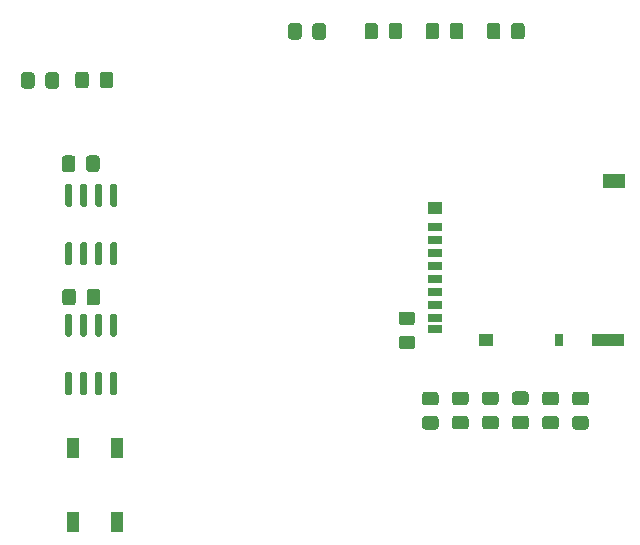
<source format=gbr>
%TF.GenerationSoftware,KiCad,Pcbnew,5.1.6-c6e7f7d~87~ubuntu19.10.1*%
%TF.CreationDate,2020-08-28T21:10:44+02:00*%
%TF.ProjectId,zephyr-ci-shield,7a657068-7972-42d6-9369-2d736869656c,1*%
%TF.SameCoordinates,Original*%
%TF.FileFunction,Paste,Top*%
%TF.FilePolarity,Positive*%
%FSLAX46Y46*%
G04 Gerber Fmt 4.6, Leading zero omitted, Abs format (unit mm)*
G04 Created by KiCad (PCBNEW 5.1.6-c6e7f7d~87~ubuntu19.10.1) date 2020-08-28 21:10:44*
%MOMM*%
%LPD*%
G01*
G04 APERTURE LIST*
%ADD10R,1.900000X1.300000*%
%ADD11R,2.800000X1.000000*%
%ADD12R,0.800000X1.000000*%
%ADD13R,1.200000X1.000000*%
%ADD14R,1.200000X0.700000*%
%ADD15R,1.000000X1.700000*%
G04 APERTURE END LIST*
D10*
%TO.C,J1*%
X166255000Y-93045000D03*
D11*
X165805000Y-106545000D03*
D12*
X161655000Y-106545000D03*
D13*
X155455000Y-106545000D03*
X151155000Y-95395000D03*
D14*
X151155000Y-103545000D03*
X151155000Y-102445000D03*
X151155000Y-101345000D03*
X151155000Y-100245000D03*
X151155000Y-99145000D03*
X151155000Y-98045000D03*
X151155000Y-96945000D03*
X151155000Y-104645000D03*
X151155000Y-105595000D03*
%TD*%
%TO.C,U2*%
G36*
G01*
X120255000Y-95260000D02*
X119955000Y-95260000D01*
G75*
G02*
X119805000Y-95110000I0J150000D01*
G01*
X119805000Y-93460000D01*
G75*
G02*
X119955000Y-93310000I150000J0D01*
G01*
X120255000Y-93310000D01*
G75*
G02*
X120405000Y-93460000I0J-150000D01*
G01*
X120405000Y-95110000D01*
G75*
G02*
X120255000Y-95260000I-150000J0D01*
G01*
G37*
G36*
G01*
X121525000Y-95260000D02*
X121225000Y-95260000D01*
G75*
G02*
X121075000Y-95110000I0J150000D01*
G01*
X121075000Y-93460000D01*
G75*
G02*
X121225000Y-93310000I150000J0D01*
G01*
X121525000Y-93310000D01*
G75*
G02*
X121675000Y-93460000I0J-150000D01*
G01*
X121675000Y-95110000D01*
G75*
G02*
X121525000Y-95260000I-150000J0D01*
G01*
G37*
G36*
G01*
X122795000Y-95260000D02*
X122495000Y-95260000D01*
G75*
G02*
X122345000Y-95110000I0J150000D01*
G01*
X122345000Y-93460000D01*
G75*
G02*
X122495000Y-93310000I150000J0D01*
G01*
X122795000Y-93310000D01*
G75*
G02*
X122945000Y-93460000I0J-150000D01*
G01*
X122945000Y-95110000D01*
G75*
G02*
X122795000Y-95260000I-150000J0D01*
G01*
G37*
G36*
G01*
X124065000Y-95260000D02*
X123765000Y-95260000D01*
G75*
G02*
X123615000Y-95110000I0J150000D01*
G01*
X123615000Y-93460000D01*
G75*
G02*
X123765000Y-93310000I150000J0D01*
G01*
X124065000Y-93310000D01*
G75*
G02*
X124215000Y-93460000I0J-150000D01*
G01*
X124215000Y-95110000D01*
G75*
G02*
X124065000Y-95260000I-150000J0D01*
G01*
G37*
G36*
G01*
X124065000Y-100210000D02*
X123765000Y-100210000D01*
G75*
G02*
X123615000Y-100060000I0J150000D01*
G01*
X123615000Y-98410000D01*
G75*
G02*
X123765000Y-98260000I150000J0D01*
G01*
X124065000Y-98260000D01*
G75*
G02*
X124215000Y-98410000I0J-150000D01*
G01*
X124215000Y-100060000D01*
G75*
G02*
X124065000Y-100210000I-150000J0D01*
G01*
G37*
G36*
G01*
X122795000Y-100210000D02*
X122495000Y-100210000D01*
G75*
G02*
X122345000Y-100060000I0J150000D01*
G01*
X122345000Y-98410000D01*
G75*
G02*
X122495000Y-98260000I150000J0D01*
G01*
X122795000Y-98260000D01*
G75*
G02*
X122945000Y-98410000I0J-150000D01*
G01*
X122945000Y-100060000D01*
G75*
G02*
X122795000Y-100210000I-150000J0D01*
G01*
G37*
G36*
G01*
X121525000Y-100210000D02*
X121225000Y-100210000D01*
G75*
G02*
X121075000Y-100060000I0J150000D01*
G01*
X121075000Y-98410000D01*
G75*
G02*
X121225000Y-98260000I150000J0D01*
G01*
X121525000Y-98260000D01*
G75*
G02*
X121675000Y-98410000I0J-150000D01*
G01*
X121675000Y-100060000D01*
G75*
G02*
X121525000Y-100210000I-150000J0D01*
G01*
G37*
G36*
G01*
X120255000Y-100210000D02*
X119955000Y-100210000D01*
G75*
G02*
X119805000Y-100060000I0J150000D01*
G01*
X119805000Y-98410000D01*
G75*
G02*
X119955000Y-98260000I150000J0D01*
G01*
X120255000Y-98260000D01*
G75*
G02*
X120405000Y-98410000I0J-150000D01*
G01*
X120405000Y-100060000D01*
G75*
G02*
X120255000Y-100210000I-150000J0D01*
G01*
G37*
%TD*%
%TO.C,U1*%
G36*
G01*
X120245000Y-106240000D02*
X119945000Y-106240000D01*
G75*
G02*
X119795000Y-106090000I0J150000D01*
G01*
X119795000Y-104440000D01*
G75*
G02*
X119945000Y-104290000I150000J0D01*
G01*
X120245000Y-104290000D01*
G75*
G02*
X120395000Y-104440000I0J-150000D01*
G01*
X120395000Y-106090000D01*
G75*
G02*
X120245000Y-106240000I-150000J0D01*
G01*
G37*
G36*
G01*
X121515000Y-106240000D02*
X121215000Y-106240000D01*
G75*
G02*
X121065000Y-106090000I0J150000D01*
G01*
X121065000Y-104440000D01*
G75*
G02*
X121215000Y-104290000I150000J0D01*
G01*
X121515000Y-104290000D01*
G75*
G02*
X121665000Y-104440000I0J-150000D01*
G01*
X121665000Y-106090000D01*
G75*
G02*
X121515000Y-106240000I-150000J0D01*
G01*
G37*
G36*
G01*
X122785000Y-106240000D02*
X122485000Y-106240000D01*
G75*
G02*
X122335000Y-106090000I0J150000D01*
G01*
X122335000Y-104440000D01*
G75*
G02*
X122485000Y-104290000I150000J0D01*
G01*
X122785000Y-104290000D01*
G75*
G02*
X122935000Y-104440000I0J-150000D01*
G01*
X122935000Y-106090000D01*
G75*
G02*
X122785000Y-106240000I-150000J0D01*
G01*
G37*
G36*
G01*
X124055000Y-106240000D02*
X123755000Y-106240000D01*
G75*
G02*
X123605000Y-106090000I0J150000D01*
G01*
X123605000Y-104440000D01*
G75*
G02*
X123755000Y-104290000I150000J0D01*
G01*
X124055000Y-104290000D01*
G75*
G02*
X124205000Y-104440000I0J-150000D01*
G01*
X124205000Y-106090000D01*
G75*
G02*
X124055000Y-106240000I-150000J0D01*
G01*
G37*
G36*
G01*
X124055000Y-111190000D02*
X123755000Y-111190000D01*
G75*
G02*
X123605000Y-111040000I0J150000D01*
G01*
X123605000Y-109390000D01*
G75*
G02*
X123755000Y-109240000I150000J0D01*
G01*
X124055000Y-109240000D01*
G75*
G02*
X124205000Y-109390000I0J-150000D01*
G01*
X124205000Y-111040000D01*
G75*
G02*
X124055000Y-111190000I-150000J0D01*
G01*
G37*
G36*
G01*
X122785000Y-111190000D02*
X122485000Y-111190000D01*
G75*
G02*
X122335000Y-111040000I0J150000D01*
G01*
X122335000Y-109390000D01*
G75*
G02*
X122485000Y-109240000I150000J0D01*
G01*
X122785000Y-109240000D01*
G75*
G02*
X122935000Y-109390000I0J-150000D01*
G01*
X122935000Y-111040000D01*
G75*
G02*
X122785000Y-111190000I-150000J0D01*
G01*
G37*
G36*
G01*
X121515000Y-111190000D02*
X121215000Y-111190000D01*
G75*
G02*
X121065000Y-111040000I0J150000D01*
G01*
X121065000Y-109390000D01*
G75*
G02*
X121215000Y-109240000I150000J0D01*
G01*
X121515000Y-109240000D01*
G75*
G02*
X121665000Y-109390000I0J-150000D01*
G01*
X121665000Y-111040000D01*
G75*
G02*
X121515000Y-111190000I-150000J0D01*
G01*
G37*
G36*
G01*
X120245000Y-111190000D02*
X119945000Y-111190000D01*
G75*
G02*
X119795000Y-111040000I0J150000D01*
G01*
X119795000Y-109390000D01*
G75*
G02*
X119945000Y-109240000I150000J0D01*
G01*
X120245000Y-109240000D01*
G75*
G02*
X120395000Y-109390000I0J-150000D01*
G01*
X120395000Y-111040000D01*
G75*
G02*
X120245000Y-111190000I-150000J0D01*
G01*
G37*
%TD*%
D15*
%TO.C,SW1*%
X120430000Y-121940000D03*
X120430000Y-115640000D03*
X124230000Y-121940000D03*
X124230000Y-115640000D03*
%TD*%
%TO.C,R12*%
G36*
G01*
X121820000Y-84069999D02*
X121820000Y-84970001D01*
G75*
G02*
X121570001Y-85220000I-249999J0D01*
G01*
X120919999Y-85220000D01*
G75*
G02*
X120670000Y-84970001I0J249999D01*
G01*
X120670000Y-84069999D01*
G75*
G02*
X120919999Y-83820000I249999J0D01*
G01*
X121570001Y-83820000D01*
G75*
G02*
X121820000Y-84069999I0J-249999D01*
G01*
G37*
G36*
G01*
X123870000Y-84069999D02*
X123870000Y-84970001D01*
G75*
G02*
X123620001Y-85220000I-249999J0D01*
G01*
X122969999Y-85220000D01*
G75*
G02*
X122720000Y-84970001I0J249999D01*
G01*
X122720000Y-84069999D01*
G75*
G02*
X122969999Y-83820000I249999J0D01*
G01*
X123620001Y-83820000D01*
G75*
G02*
X123870000Y-84069999I0J-249999D01*
G01*
G37*
%TD*%
%TO.C,R6*%
G36*
G01*
X162979999Y-112964000D02*
X163880001Y-112964000D01*
G75*
G02*
X164130000Y-113213999I0J-249999D01*
G01*
X164130000Y-113864001D01*
G75*
G02*
X163880001Y-114114000I-249999J0D01*
G01*
X162979999Y-114114000D01*
G75*
G02*
X162730000Y-113864001I0J249999D01*
G01*
X162730000Y-113213999D01*
G75*
G02*
X162979999Y-112964000I249999J0D01*
G01*
G37*
G36*
G01*
X162979999Y-110914000D02*
X163880001Y-110914000D01*
G75*
G02*
X164130000Y-111163999I0J-249999D01*
G01*
X164130000Y-111814001D01*
G75*
G02*
X163880001Y-112064000I-249999J0D01*
G01*
X162979999Y-112064000D01*
G75*
G02*
X162730000Y-111814001I0J249999D01*
G01*
X162730000Y-111163999D01*
G75*
G02*
X162979999Y-110914000I249999J0D01*
G01*
G37*
%TD*%
%TO.C,R5*%
G36*
G01*
X160437999Y-112958000D02*
X161338001Y-112958000D01*
G75*
G02*
X161588000Y-113207999I0J-249999D01*
G01*
X161588000Y-113858001D01*
G75*
G02*
X161338001Y-114108000I-249999J0D01*
G01*
X160437999Y-114108000D01*
G75*
G02*
X160188000Y-113858001I0J249999D01*
G01*
X160188000Y-113207999D01*
G75*
G02*
X160437999Y-112958000I249999J0D01*
G01*
G37*
G36*
G01*
X160437999Y-110908000D02*
X161338001Y-110908000D01*
G75*
G02*
X161588000Y-111157999I0J-249999D01*
G01*
X161588000Y-111808001D01*
G75*
G02*
X161338001Y-112058000I-249999J0D01*
G01*
X160437999Y-112058000D01*
G75*
G02*
X160188000Y-111808001I0J249999D01*
G01*
X160188000Y-111157999D01*
G75*
G02*
X160437999Y-110908000I249999J0D01*
G01*
G37*
%TD*%
%TO.C,R4*%
G36*
G01*
X157895999Y-112940000D02*
X158796001Y-112940000D01*
G75*
G02*
X159046000Y-113189999I0J-249999D01*
G01*
X159046000Y-113840001D01*
G75*
G02*
X158796001Y-114090000I-249999J0D01*
G01*
X157895999Y-114090000D01*
G75*
G02*
X157646000Y-113840001I0J249999D01*
G01*
X157646000Y-113189999D01*
G75*
G02*
X157895999Y-112940000I249999J0D01*
G01*
G37*
G36*
G01*
X157895999Y-110890000D02*
X158796001Y-110890000D01*
G75*
G02*
X159046000Y-111139999I0J-249999D01*
G01*
X159046000Y-111790001D01*
G75*
G02*
X158796001Y-112040000I-249999J0D01*
G01*
X157895999Y-112040000D01*
G75*
G02*
X157646000Y-111790001I0J249999D01*
G01*
X157646000Y-111139999D01*
G75*
G02*
X157895999Y-110890000I249999J0D01*
G01*
G37*
%TD*%
%TO.C,R3*%
G36*
G01*
X155353999Y-112946000D02*
X156254001Y-112946000D01*
G75*
G02*
X156504000Y-113195999I0J-249999D01*
G01*
X156504000Y-113846001D01*
G75*
G02*
X156254001Y-114096000I-249999J0D01*
G01*
X155353999Y-114096000D01*
G75*
G02*
X155104000Y-113846001I0J249999D01*
G01*
X155104000Y-113195999D01*
G75*
G02*
X155353999Y-112946000I249999J0D01*
G01*
G37*
G36*
G01*
X155353999Y-110896000D02*
X156254001Y-110896000D01*
G75*
G02*
X156504000Y-111145999I0J-249999D01*
G01*
X156504000Y-111796001D01*
G75*
G02*
X156254001Y-112046000I-249999J0D01*
G01*
X155353999Y-112046000D01*
G75*
G02*
X155104000Y-111796001I0J249999D01*
G01*
X155104000Y-111145999D01*
G75*
G02*
X155353999Y-110896000I249999J0D01*
G01*
G37*
%TD*%
%TO.C,R2*%
G36*
G01*
X152811999Y-112952000D02*
X153712001Y-112952000D01*
G75*
G02*
X153962000Y-113201999I0J-249999D01*
G01*
X153962000Y-113852001D01*
G75*
G02*
X153712001Y-114102000I-249999J0D01*
G01*
X152811999Y-114102000D01*
G75*
G02*
X152562000Y-113852001I0J249999D01*
G01*
X152562000Y-113201999D01*
G75*
G02*
X152811999Y-112952000I249999J0D01*
G01*
G37*
G36*
G01*
X152811999Y-110902000D02*
X153712001Y-110902000D01*
G75*
G02*
X153962000Y-111151999I0J-249999D01*
G01*
X153962000Y-111802001D01*
G75*
G02*
X153712001Y-112052000I-249999J0D01*
G01*
X152811999Y-112052000D01*
G75*
G02*
X152562000Y-111802001I0J249999D01*
G01*
X152562000Y-111151999D01*
G75*
G02*
X152811999Y-110902000I249999J0D01*
G01*
G37*
%TD*%
%TO.C,R1*%
G36*
G01*
X150269999Y-112970000D02*
X151170001Y-112970000D01*
G75*
G02*
X151420000Y-113219999I0J-249999D01*
G01*
X151420000Y-113870001D01*
G75*
G02*
X151170001Y-114120000I-249999J0D01*
G01*
X150269999Y-114120000D01*
G75*
G02*
X150020000Y-113870001I0J249999D01*
G01*
X150020000Y-113219999D01*
G75*
G02*
X150269999Y-112970000I249999J0D01*
G01*
G37*
G36*
G01*
X150269999Y-110920000D02*
X151170001Y-110920000D01*
G75*
G02*
X151420000Y-111169999I0J-249999D01*
G01*
X151420000Y-111820001D01*
G75*
G02*
X151170001Y-112070000I-249999J0D01*
G01*
X150269999Y-112070000D01*
G75*
G02*
X150020000Y-111820001I0J249999D01*
G01*
X150020000Y-111169999D01*
G75*
G02*
X150269999Y-110920000I249999J0D01*
G01*
G37*
%TD*%
%TO.C,R11*%
G36*
G01*
X118130000Y-85010001D02*
X118130000Y-84109999D01*
G75*
G02*
X118379999Y-83860000I249999J0D01*
G01*
X119030001Y-83860000D01*
G75*
G02*
X119280000Y-84109999I0J-249999D01*
G01*
X119280000Y-85010001D01*
G75*
G02*
X119030001Y-85260000I-249999J0D01*
G01*
X118379999Y-85260000D01*
G75*
G02*
X118130000Y-85010001I0J249999D01*
G01*
G37*
G36*
G01*
X116080000Y-85010001D02*
X116080000Y-84109999D01*
G75*
G02*
X116329999Y-83860000I249999J0D01*
G01*
X116980001Y-83860000D01*
G75*
G02*
X117230000Y-84109999I0J-249999D01*
G01*
X117230000Y-85010001D01*
G75*
G02*
X116980001Y-85260000I-249999J0D01*
G01*
X116329999Y-85260000D01*
G75*
G02*
X116080000Y-85010001I0J249999D01*
G01*
G37*
%TD*%
%TO.C,R7*%
G36*
G01*
X139840000Y-79959999D02*
X139840000Y-80860001D01*
G75*
G02*
X139590001Y-81110000I-249999J0D01*
G01*
X138939999Y-81110000D01*
G75*
G02*
X138690000Y-80860001I0J249999D01*
G01*
X138690000Y-79959999D01*
G75*
G02*
X138939999Y-79710000I249999J0D01*
G01*
X139590001Y-79710000D01*
G75*
G02*
X139840000Y-79959999I0J-249999D01*
G01*
G37*
G36*
G01*
X141890000Y-79959999D02*
X141890000Y-80860001D01*
G75*
G02*
X141640001Y-81110000I-249999J0D01*
G01*
X140989999Y-81110000D01*
G75*
G02*
X140740000Y-80860001I0J249999D01*
G01*
X140740000Y-79959999D01*
G75*
G02*
X140989999Y-79710000I249999J0D01*
G01*
X141640001Y-79710000D01*
G75*
G02*
X141890000Y-79959999I0J-249999D01*
G01*
G37*
%TD*%
%TO.C,R8*%
G36*
G01*
X146300000Y-79939999D02*
X146300000Y-80840001D01*
G75*
G02*
X146050001Y-81090000I-249999J0D01*
G01*
X145399999Y-81090000D01*
G75*
G02*
X145150000Y-80840001I0J249999D01*
G01*
X145150000Y-79939999D01*
G75*
G02*
X145399999Y-79690000I249999J0D01*
G01*
X146050001Y-79690000D01*
G75*
G02*
X146300000Y-79939999I0J-249999D01*
G01*
G37*
G36*
G01*
X148350000Y-79939999D02*
X148350000Y-80840001D01*
G75*
G02*
X148100001Y-81090000I-249999J0D01*
G01*
X147449999Y-81090000D01*
G75*
G02*
X147200000Y-80840001I0J249999D01*
G01*
X147200000Y-79939999D01*
G75*
G02*
X147449999Y-79690000I249999J0D01*
G01*
X148100001Y-79690000D01*
G75*
G02*
X148350000Y-79939999I0J-249999D01*
G01*
G37*
%TD*%
%TO.C,R9*%
G36*
G01*
X151475000Y-79939999D02*
X151475000Y-80840001D01*
G75*
G02*
X151225001Y-81090000I-249999J0D01*
G01*
X150574999Y-81090000D01*
G75*
G02*
X150325000Y-80840001I0J249999D01*
G01*
X150325000Y-79939999D01*
G75*
G02*
X150574999Y-79690000I249999J0D01*
G01*
X151225001Y-79690000D01*
G75*
G02*
X151475000Y-79939999I0J-249999D01*
G01*
G37*
G36*
G01*
X153525000Y-79939999D02*
X153525000Y-80840001D01*
G75*
G02*
X153275001Y-81090000I-249999J0D01*
G01*
X152624999Y-81090000D01*
G75*
G02*
X152375000Y-80840001I0J249999D01*
G01*
X152375000Y-79939999D01*
G75*
G02*
X152624999Y-79690000I249999J0D01*
G01*
X153275001Y-79690000D01*
G75*
G02*
X153525000Y-79939999I0J-249999D01*
G01*
G37*
%TD*%
%TO.C,R10*%
G36*
G01*
X156650000Y-79939999D02*
X156650000Y-80840001D01*
G75*
G02*
X156400001Y-81090000I-249999J0D01*
G01*
X155749999Y-81090000D01*
G75*
G02*
X155500000Y-80840001I0J249999D01*
G01*
X155500000Y-79939999D01*
G75*
G02*
X155749999Y-79690000I249999J0D01*
G01*
X156400001Y-79690000D01*
G75*
G02*
X156650000Y-79939999I0J-249999D01*
G01*
G37*
G36*
G01*
X158700000Y-79939999D02*
X158700000Y-80840001D01*
G75*
G02*
X158450001Y-81090000I-249999J0D01*
G01*
X157799999Y-81090000D01*
G75*
G02*
X157550000Y-80840001I0J249999D01*
G01*
X157550000Y-79939999D01*
G75*
G02*
X157799999Y-79690000I249999J0D01*
G01*
X158450001Y-79690000D01*
G75*
G02*
X158700000Y-79939999I0J-249999D01*
G01*
G37*
%TD*%
%TO.C,C1*%
G36*
G01*
X148279999Y-106170000D02*
X149180001Y-106170000D01*
G75*
G02*
X149430000Y-106419999I0J-249999D01*
G01*
X149430000Y-107070001D01*
G75*
G02*
X149180001Y-107320000I-249999J0D01*
G01*
X148279999Y-107320000D01*
G75*
G02*
X148030000Y-107070001I0J249999D01*
G01*
X148030000Y-106419999D01*
G75*
G02*
X148279999Y-106170000I249999J0D01*
G01*
G37*
G36*
G01*
X148279999Y-104120000D02*
X149180001Y-104120000D01*
G75*
G02*
X149430000Y-104369999I0J-249999D01*
G01*
X149430000Y-105020001D01*
G75*
G02*
X149180001Y-105270000I-249999J0D01*
G01*
X148279999Y-105270000D01*
G75*
G02*
X148030000Y-105020001I0J249999D01*
G01*
X148030000Y-104369999D01*
G75*
G02*
X148279999Y-104120000I249999J0D01*
G01*
G37*
%TD*%
%TO.C,C2*%
G36*
G01*
X120715000Y-102449999D02*
X120715000Y-103350001D01*
G75*
G02*
X120465001Y-103600000I-249999J0D01*
G01*
X119814999Y-103600000D01*
G75*
G02*
X119565000Y-103350001I0J249999D01*
G01*
X119565000Y-102449999D01*
G75*
G02*
X119814999Y-102200000I249999J0D01*
G01*
X120465001Y-102200000D01*
G75*
G02*
X120715000Y-102449999I0J-249999D01*
G01*
G37*
G36*
G01*
X122765000Y-102449999D02*
X122765000Y-103350001D01*
G75*
G02*
X122515001Y-103600000I-249999J0D01*
G01*
X121864999Y-103600000D01*
G75*
G02*
X121615000Y-103350001I0J249999D01*
G01*
X121615000Y-102449999D01*
G75*
G02*
X121864999Y-102200000I249999J0D01*
G01*
X122515001Y-102200000D01*
G75*
G02*
X122765000Y-102449999I0J-249999D01*
G01*
G37*
%TD*%
%TO.C,C3*%
G36*
G01*
X121570000Y-92060001D02*
X121570000Y-91159999D01*
G75*
G02*
X121819999Y-90910000I249999J0D01*
G01*
X122470001Y-90910000D01*
G75*
G02*
X122720000Y-91159999I0J-249999D01*
G01*
X122720000Y-92060001D01*
G75*
G02*
X122470001Y-92310000I-249999J0D01*
G01*
X121819999Y-92310000D01*
G75*
G02*
X121570000Y-92060001I0J249999D01*
G01*
G37*
G36*
G01*
X119520000Y-92060001D02*
X119520000Y-91159999D01*
G75*
G02*
X119769999Y-90910000I249999J0D01*
G01*
X120420001Y-90910000D01*
G75*
G02*
X120670000Y-91159999I0J-249999D01*
G01*
X120670000Y-92060001D01*
G75*
G02*
X120420001Y-92310000I-249999J0D01*
G01*
X119769999Y-92310000D01*
G75*
G02*
X119520000Y-92060001I0J249999D01*
G01*
G37*
%TD*%
M02*

</source>
